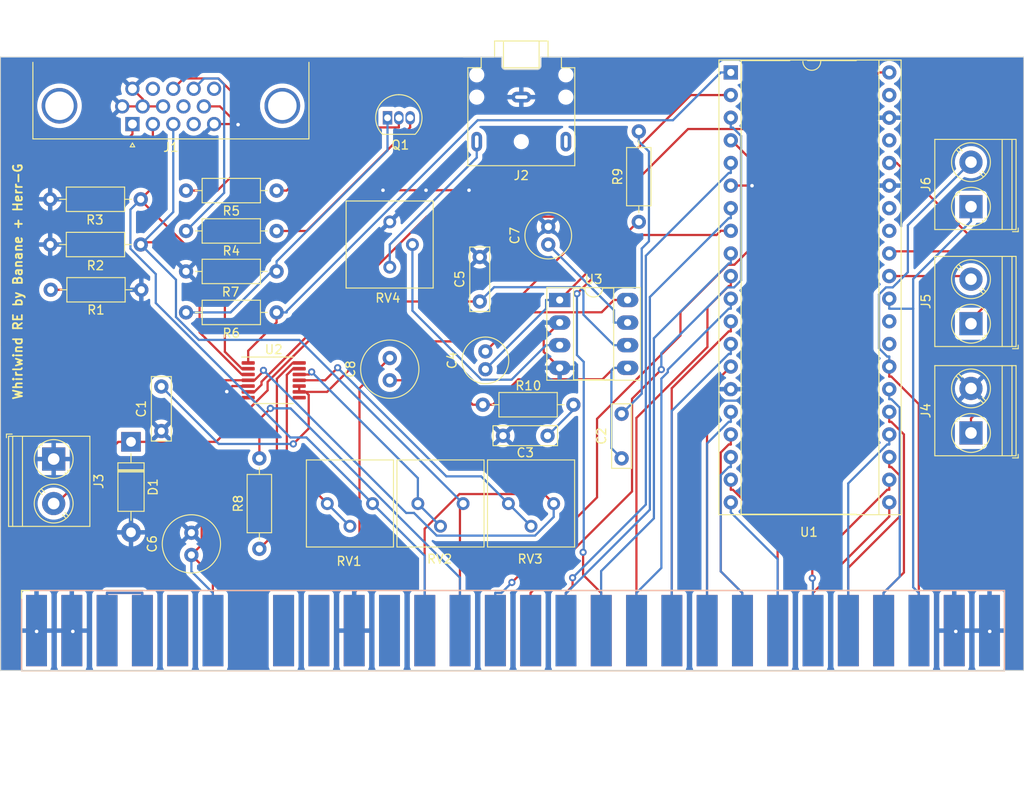
<source format=kicad_pcb>
(kicad_pcb (version 20221018) (generator pcbnew)
  (layers (0 "F.Cu" signal) (31 "B.Cu" signal) (34 "B.Paste" user) (35 "F.Paste" user) (36 "B.SilkS" user "B.Silkscreen") (37 "F.SilkS" user "F.Silkscreen") (38 "B.Mask" user) (39 "F.Mask" user) (44 "Edge.Cuts" user))
  (net 0 "")
  (net 11 "HSYNC_VGA")
  (net 12 "12VDC")
  (net 13 "GND")
  (net 14 "VBUS")
  (net 15 "SPK+")
  (net 16 "Net-(Conn1-+5v-Pad3)")
  (net 17 "RED")
  (net 18 "BLUE")
  (net 19 "TEST")
  (net 20 "COIN1")
  (net 21 "P1-START")
  (net 22 "P1-UP")
  (net 23 "P1-DOWN")
  (net 24 "P1-LEFT")
  (net 25 "P1-RIGHT")
  (net 26 "P1-B1")
  (net 27 "P1-B2")
  (net 28 "P1-B3")
  (net 29 "P1-B4")
  (net 30 "P1-B5")
  (net 31 "Net-(Conn1-+5v-PadC)")
  (net 32 "GREEN")
  (net 33 "CSYNC")
  (net 34 "SERVICE")
  (net 35 "COIN2")
  (net 36 "P2-START")
  (net 37 "P2-UP")
  (net 38 "P2-DOWN")
  (net 39 "P2-LEFT")
  (net 40 "P2-RIGHT")
  (net 41 "P2-B1")
  (net 42 "P2-B2")
  (net 43 "P2-B3")
  (net 44 "P2-B4")
  (net 45 "P2-B5")
  (net 46 "P2-B6")
  (net 47 "P1-B6")
  (net 48 "3V3DC")
  (net 49 "VIDEO-DISABLE")
  (net 50 "Net-(C4-Pad1)")
  (net 57 "VSYNC_VGA")
  (net 58 "Net-(Q1-E)")
  (net 59 "Net-(Q1-B)")
  (net 60 "Net-(Q1-C)")
  (net 61 "CSYNC_IN")
  (net 62 "Net-(C2-Pad1)")
  (net 63 "Net-(C2-Pad2)")
  (net 64 "Net-(C3-Pad1)")
  (net 65 "Net-(C4-Pad2)")
  (net 66 "Net-(U3-BYPASS)")
  (net 72 "Net-(J2-PadT)")
  (net 73 "Net-(U2-CH1_OUT)")
  (net 74 "Net-(U2-CH2_OUT)")
  (net 75 "Net-(U2-CH3_OUT)")
  (net 76 "Net-(U2-CH4_OUT)")
  (net 77 "Net-(U3-+)")
  (footprint "Potentiometer_THT:Potentiometer_Bourns_3386P_Vertical" (layer "F.Cu") (at 137.7696 112.903 -90)
    (fp_text reference "RV3")
    (fp_text value "500" hide)
  )
  (footprint "Resistor_THT:R_Axial_DIN0207_L6.3mm_D2.5mm_P10.16mm_Horizontal" (layer "F.Cu") (at 152.4 81.28 90)
    (fp_text reference "R9")
    (fp_text value "5k1" hide)
  )
  (footprint "Package_DIP:DIP-8_W7.62mm_Socket_LongPads" (layer "F.Cu") (at 143.52 90.043)
    (fp_text reference "U3")
    (fp_text value "LM386" hide)
  )
  (footprint "Resistor_THT:R_Axial_DIN0207_L6.3mm_D2.5mm_P10.16mm_Horizontal" (layer "F.Cu") (at 101.5999 82.2959)
    (fp_text reference "R4")
    (fp_text value "100" hide)
  )
  (footprint "TerminalBlock_Phoenix:TerminalBlock_Phoenix_PT-1,5-2-5.0-H_1x02_P5.00mm_Horizontal" (layer "F.Cu") (at 189.666 92.71 90)
    (fp_text reference "J5")
    (fp_text value "Screw_Terminal_01x02" hide)
  )
  (footprint "TerminalBlock_Phoenix:TerminalBlock_Phoenix_PT-1,5-2-5.0-H_1x02_P5.00mm_Horizontal" (layer "F.Cu") (at 189.666 79.574 90)
    (fp_text reference "J6")
    (fp_text value "Screw_Terminal_01x02" hide)
  )
  (footprint "Diode_THT:D_DO-41_SOD81_P10.16mm_Horizontal" (layer "F.Cu") (at 95.4278 105.9688 -90)
    (fp_text reference "D1")
    (fp_text value "1N4004" hide)
  )
  (footprint "Resistor_THT:R_Axial_DIN0207_L6.3mm_D2.5mm_P10.16mm_Horizontal" (layer "F.Cu") (at 145.0594 101.8032 180)
    (fp_text reference "R10")
    (fp_text value "10" hide)
  )
  (footprint "Capacitor_THT:C_Rect_L7.0mm_W2.0mm_P5.00mm" (layer "F.Cu") (at 134.5559 90.2167 90)
    (fp_text reference "C5")
    (fp_text value "100nF" hide)
  )
  (footprint "Capacitor_THT:C_Radial_D5.0mm_H11.0mm_P2.00mm" (layer "F.Cu") (at 135.1909 97.8216 90)
    (fp_text reference "C4")
    (fp_text value "10uF" hide)
  )
  (footprint "footprints:DIP-40_W17.78mm_Socket" (layer "F.Cu") (at 162.7192 64.5002)
    (fp_text reference "U1")
    (fp_text value "Pico_Clone" hide)
  )
  (footprint "TerminalBlock_Phoenix:TerminalBlock_Phoenix_PT-1,5-2-5.0-H_1x02_P5.00mm_Horizontal" (layer "F.Cu") (at 189.666 104.974 90)
    (fp_text reference "J4")
    (fp_text value "Screw_Terminal_01x02" hide)
  )
  (footprint "Capacitor_THT:C_Radial_D6.3mm_H11.0mm_P2.50mm" (layer "F.Cu") (at 124.46 99.06 90)
    (fp_text reference "C8")
    (fp_text value "220uF" hide)
  )
  (footprint "Resistor_THT:R_Axial_DIN0207_L6.3mm_D2.5mm_P10.16mm_Horizontal" (layer "F.Cu") (at 101.5999 77.766)
    (fp_text reference "R5" hide)
    (fp_text value "10k" hide)
  )
  (footprint "Potentiometer_THT:Potentiometer_Bourns_3386P_Vertical" (layer "F.Cu") (at 117.4496 112.903 -90)
    (fp_text reference "RV1")
    (fp_text value "500" hide)
  )
  (footprint "Capacitor_THT:C_Radial_D6.3mm_H11.0mm_P2.50mm" (layer "F.Cu") (at 102.2036 118.6735 90)
    (fp_text reference "C6")
    (fp_text value "22uF" hide)
  )
  (footprint "Resistor_THT:R_Axial_DIN0207_L6.3mm_D2.5mm_P10.16mm_Horizontal" (layer "F.Cu") (at 109.8296 117.983 90)
    (fp_text reference "R8")
    (fp_text value "1K" hide)
  )
  (footprint "Potentiometer_THT:Potentiometer_Bourns_3386P_Vertical" (layer "F.Cu") (at 127.6096 112.903 -90)
    (fp_text reference "RV2")
    (fp_text value "500" hide)
  )
  (footprint "Capacitor_THT:C_Rect_L7.0mm_W2.0mm_P5.00mm" (layer "F.Cu") (at 142.16 105.283 180)
    (fp_text reference "C3")
    (fp_text value "47nF" hide)
  )
  (footprint "Connector_Dsub:DSUB-15-HD_Female_Horizontal_P2.29x1.98mm_EdgePinOffset3.03mm_Housed_MountingHolesOffset4.94mm" (layer "F.Cu") (at 95.5896 70.2933 180)
    (fp_text reference "J1")
    (fp_text value "DE15_Receptacle_HighDensity" hide)
  )
  (footprint "Resistor_THT:R_Axial_DIN0207_L6.3mm_D2.5mm_P10.16mm_Horizontal" (layer "F.Cu") (at 101.6 86.84)
    (fp_text reference "R7")
    (fp_text value "1k" hide)
  )
  (footprint "Package_SO:TSSOP-14_4.4x5mm_P0.65mm" (layer "F.Cu") (at 111.4375 99.06)
    (fp_text reference "U2")
    (fp_text value "THS7374" hide)
  )
  (footprint "Capacitor_THT:C_Rect_L7.0mm_W2.0mm_P5.00mm" (layer "F.Cu") (at 150.4696 107.823 90)
    (fp_text reference "C2")
    (fp_text value "22nF" hide)
  )
  (footprint "Capacitor_THT:C_Rect_L7.0mm_W2.0mm_P5.00mm" (layer "F.Cu") (at 98.8314 104.7604 90)
    (fp_text reference "C1")
    (fp_text value "100nF" hide)
  )
  (footprint "TerminalBlock_Phoenix:TerminalBlock_Phoenix_PT-1,5-2-5.0-H_1x02_P5.00mm_Horizontal" (layer "F.Cu") (at 86.7522 107.9016 -90)
    (fp_text reference "J3")
    (fp_text value "Screw_Terminal_01x02" hide)
  )
  (footprint "Package_TO_SOT_THT:TO-92_Inline" (layer "F.Cu") (at 124.2062 69.5959)
    (fp_text reference "Q1")
    (fp_text value "2N3904" hide)
  )
  (footprint "Resistor_THT:R_Axial_DIN0207_L6.3mm_D2.5mm_P10.16mm_Horizontal" (layer "F.Cu") (at 96.52 83.82 180)
    (fp_text reference "R2")
    (fp_text value "4k7" hide)
  )
  (footprint "Resistor_THT:R_Axial_DIN0207_L6.3mm_D2.5mm_P10.16mm_Horizontal" (layer "F.Cu") (at 96.52 78.74 180)
    (fp_text reference "R3")
    (fp_text value "4k7" hide)
  )
  (footprint "Connector_Audio:Jack_3.5mm_CUI_SJ1-3523N_Horizontal" (layer "F.Cu") (at 139.2159 67.27 180)
    (fp_text reference "J2")
    (fp_text value "AudioJack3")
    (fp_line (start -2.2 3.5) (end -2.2 4.5) (stroke (width 0.12)) (layer "Edge.Cuts"))
    (fp_line (start -2.2 4.5) (end -6.5 4.5) (stroke (width 0.12)) (layer "Edge.Cuts"))
    (fp_line (start 1.8 3.1) (end -1.8 3.1) (stroke (width 0.12)) (layer "Edge.Cuts"))
    (fp_line (start 2.2 3.5) (end 2.2 4.5) (stroke (width 0.12)) (layer "Edge.Cuts"))
    (fp_line (start 2.2 4.5) (end 6.5 4.5) (stroke (width 0.12)) (layer "Edge.Cuts"))
    (fp_arc (start -2.2 3.5) (mid -2.082842 3.217158) (end -1.8 3.1) (stroke (width 0.12)) (layer "Edge.Cuts"))
    (fp_arc (start 1.8 3.1) (mid 2.082843 3.217157) (end 2.2 3.5) (stroke (width 0.12)) (layer "Edge.Cuts"))
  )
  (footprint "Capacitor_THT:C_Radial_D5.0mm_H11.0mm_P2.00mm" (layer "F.Cu") (at 142.24 83.82 90)
    (fp_text reference "C7")
    (fp_text value "10uF" hide)
  )
  (footprint "Resistor_THT:R_Axial_DIN0207_L6.3mm_D2.5mm_P10.16mm_Horizontal" (layer "F.Cu") (at 101.6 91.44)
    (fp_text reference "R6")
    (fp_text value "470" hide)
  )
  (footprint "Potentiometer_THT:Potentiometer_Bourns_3386P_Vertical" (layer "F.Cu") (at 124.46 86.36)
    (fp_text reference "RV4")
    (fp_text value "10k" hide)
  )
  (footprint "Resistor_THT:R_Axial_DIN0207_L6.3mm_D2.5mm_P10.16mm_Horizontal" (layer "F.Cu") (at 86.4233 88.9)
    (fp_text reference "R1")
    (fp_text value "4k7" hide)
  )
  (footprint "JAMMA:JAMMA-56" (layer "F.Cu") (at 139.286465 146.161346)
    (fp_text reference "Conn1" hide)
    (fp_text value "jamma")
  )
  (gr_line (start 195.58 131.635568) (end 80.78 131.635568) (stroke (width 0.1)) (layer "Edge.Cuts"))
  (gr_line (start 132.7159 62.77) (end 80.78 62.77) (stroke (width 0.1)) (layer "Edge.Cuts"))
  (gr_line (start 195.58 62.77) (end 195.58 62.992) (stroke (width 0.1)) (layer "Edge.Cuts"))
  (gr_line (start 80.78 131.635568) (end 80.78 62.992) (stroke (width 0.1)) (layer "Edge.Cuts"))
  (gr_line (start 145.7159 62.77) (end 195.58 62.77) (stroke (width 0.1)) (layer "Edge.Cuts"))
  (gr_line (start 80.78 62.992) (end 80.78 62.77) (stroke (width 0.1)) (layer "Edge.Cuts"))
  (gr_line (start 195.58 62.992) (end 195.58 131.635568) (stroke (width 0.1)) (layer "Edge.Cuts"))
  (gr_text "Whirlwind RE by Banane + Herr-G" (at 83.312 101.346 90) (layer "F.SilkS") (effects (font (size 1 1) (thickness 0.2) bold) (justify left bottom)))
  (segment (start 105.2311 65.1753) (end 109.22 69.1642) (width 0.25) (layer "F.Cu") (net 11))
  (segment (start 101.3276 65.1753) (end 105.2311 65.1753) (width 0.25) (layer "F.Cu") (net 11))
  (segment (start 109.22 73.66) (end 105.114 77.766) (width 0.25) (layer "F.Cu") (net 11))
  (segment (start 109.22 69.1642) (end 109.22 73.66) (width 0.25) (layer "F.Cu") (net 11))
  (segment (start 105.114 77.766) (end 101.5999 77.766) (width 0.25) (layer "F.Cu") (net 11))
  (segment (start 100.1696 66.3333) (end 101.3276 65.1753) (width 0.25) (layer "F.Cu") (net 11))
  (segment (start 110.7528 99.2405) (end 110.7528 100.1908) (width 0.25) (layer "F.Cu") (net 12))
  (segment (start 104.6126 127.2539) (end 104.6126 121.0825) (width 0.25) (layer "F.Cu") (net 12))
  (segment (start 119.7766 90.2167) (end 110.7528 99.2405) (width 0.25) (layer "F.Cu") (net 12))
  (segment (start 110.7528 100.1908) (end 104.9748 105.9688) (width 0.25) (layer "F.Cu") (net 12))
  (segment (start 95.4278 105.9688) (end 94.0009 105.9688) (width 0.25) (layer "F.Cu") (net 12))
  (segment (start 95.4278 105.9688) (end 103.3587 105.9688) (width 0.25) (layer "F.Cu") (net 12))
  (segment (start 87.0681 112.9016) (end 86.7522 112.9016) (width 0.25) (layer "F.Cu") (net 12))
  (segment (start 94.0009 105.9688) (end 87.0681 112.9016) (width 0.25) (layer "F.Cu") (net 12))
  (segment (start 134.5559 90.2167) (end 119.7766 90.2167) (width 0.25) (layer "F.Cu") (net 12))
  (segment (start 103.3587 105.9688) (end 103.3587 117.5184) (width 0.25) (layer "F.Cu") (net 12))
  (segment (start 103.3587 117.5184) (end 102.2036 118.6735) (width 0.25) (layer "F.Cu") (net 12))
  (segment (start 104.9748 105.9688) (end 103.3587 105.9688) (width 0.25) (layer "F.Cu") (net 12))
  (segment (start 104.6126 121.0825) (end 102.2036 118.6735) (width 0.25) (layer "F.Cu") (net 12))
  (segment (start 102.2036 120.518) (end 104.6126 122.927) (width 0.25) (layer "B.Cu") (net 12))
  (segment (start 145.7594 88.6091) (end 136.1635 88.6091) (width 0.25) (layer "B.Cu") (net 12))
  (segment (start 149.6131 95.123) (end 146.1852 91.6951) (width 0.25) (layer "B.Cu") (net 12))
  (segment (start 136.1635 88.6091) (end 134.5559 90.2167) (width 0.25) (layer "B.Cu") (net 12))
  (segment (start 146.1852 91.6951) (end 146.1852 89.0349) (width 0.25) (layer "B.Cu") (net 12))
  (segment (start 146.1852 89.0349) (end 145.7594 88.6091) (width 0.25) (layer "B.Cu") (net 12))
  (segment (start 102.2036 118.6735) (end 102.2036 120.518) (width 0.25) (layer "B.Cu") (net 12))
  (segment (start 104.6126 127.2539) (end 104.6126 122.927) (width 0.25) (layer "B.Cu") (net 12))
  (segment (start 151.14 95.123) (end 149.6131 95.123) (width 0.25) (layer "B.Cu") (net 12))
  (segment (start 141.732 94.371) (end 141.732 95.875) (width 0.25) (layer "F.Cu") (net 13))
  (segment (start 165.0842 77.2002) (end 165.1 77.216) (width 0.25) (layer "F.Cu") (net 13))
  (segment (start 128.524 77.724) (end 133.35 77.724) (width 0.25) (layer "F.Cu") (net 13))
  (segment (start 141.732 95.875) (end 143.52 97.663) (width 0.25) (layer "F.Cu") (net 13))
  (segment (start 99.0246 68.3133) (end 96.7346 68.3133) (width 0.25) (layer "F.Cu") (net 13))
  (segment (start 96.7346 68.3133) (end 94.4446 68.3133) (width 0.25) (layer "F.Cu") (net 13))
  (segment (start 123.698 77.724) (end 128.524 77.724) (width 0.25) (layer "F.Cu") (net 13))
  (segment (start 96.7346 67.4783) (end 95.5896 66.3333) (width 0.25) (layer "F.Cu") (net 13))
  (segment (start 106.792 99.71) (end 108.575 99.71) (width 0.25) (layer "F.Cu") (net 13))
  (segment (start 96.7346 68.3133) (end 96.7346 67.4783) (width 0.25) (layer "F.Cu") (net 13))
  (segment (start 104.7496 70.2933) (end 107.3773 70.2933) (width 0.25) (layer "F.Cu") (net 13))
  (segment (start 162.7192 77.2002) (end 165.0842 77.2002) (width 0.25) (layer "F.Cu") (net 13))
  (segment (start 106.172 100.33) (end 106.792 99.71) (width 0.25) (layer "F.Cu") (net 13))
  (segment (start 143.52 92.583) (end 141.732 94.371) (width 0.25) (layer "F.Cu") (net 13))
  (segment (start 107.442 70.358) (end 105.3973 68.3133) (width 0.25) (layer "F.Cu") (net 13))
  (segment (start 105.3973 68.3133) (end 103.6046 68.3133) (width 0.25) (layer "F.Cu") (net 13))
  (segment (start 107.3773 70.2933) (end 107.442 70.358) (width 0.25) (layer "F.Cu") (net 13))
  (via (at 84.836 127.254) (size 0.8) (drill 0.4) (layers "F.Cu" "B.Cu") (net 13))
  (via (at 191.77 127.254) (size 0.8) (drill 0.4) (layers "F.Cu" "B.Cu") (net 13))
  (via (at 106.172 100.33) (size 0.8) (drill 0.4) (layers "F.Cu" "B.Cu") (net 13))
  (via (at 128.524 77.724) (size 0.8) (drill 0.4) (layers "F.Cu" "B.Cu") (net 13))
  (via (at 88.9 127.254) (size 0.8) (drill 0.4) (layers "F.Cu" "B.Cu") (net 13))
  (via (at 133.35 77.724) (size 0.8) (drill 0.4) (layers "F.Cu" "B.Cu") (net 13))
  (via (at 123.698 77.724) (size 0.8) (drill 0.4) (layers "F.Cu" "B.Cu") (net 13))
  (via (at 107.442 70.358) (size 0.8) (drill 0.4) (layers "F.Cu" "B.Cu") (net 13))
  (via (at 187.96 127.254) (size 0.8) (drill 0.4) (layers "F.Cu" "B.Cu") (net 13))
  (via (at 165.1 77.216) (size 0.8) (drill 0.4) (layers "F.Cu" "B.Cu") (net 13))
  (segment (start 160.782 101.346) (end 164.592 101.346) (width 0.25) (layer "B.Cu") (net 13))
  (segment (start 114.3 99.71) (end 114.3 100.36) (width 0.25) (layer "F.Cu") (net 14))
  (segment (start 180.4992 64.5002) (end 179.3723 64.5002) (width 0.25) (layer "F.Cu") (net 14))
  (segment (start 123.0926 94.6962) (end 134.0763 94.6962) (width 0.25) (layer "F.Cu") (net 14))
  (segment (start 115.3648 104.477) (end 113.637 106.2048) (width 0.25) (layer "F.Cu") (net 14))
  (segment (start 114.6619 100.36) (end 115.0237 100.36) (width 0.25) (layer "F.Cu") (net 14))
  (segment (start 173.0223 70.8502) (end 179.3723 64.5002) (width 0.25) (layer "F.Cu") (net 14))
  (segment (start 115.3648 100.7011) (end 115.3648 104.477) (width 0.25) (layer "F.Cu") (net 14))
  (segment (start 114.6619 100.36) (end 117.4288 100.36) (width 0.25) (layer "F.Cu") (net 14))
  (segment (start 115.0237 100.36) (end 115.3648 100.7011) (width 0.25) (layer "F.Cu") (net 14))
  (segment (start 157.9223 70.8502) (end 173.0223 70.8502) (width 0.25) (layer "F.Cu") (net 14))
  (segment (start 134.0763 94.6962) (end 157.9223 70.8502) (width 0.25) (layer "F.Cu") (net 14))
  (segment (start 114.3 100.36) (end 114.6619 100.36) (width 0.25) (layer "F.Cu") (net 14))
  (segment (start 117.4288 100.36) (end 123.0926 94.6962) (width 0.25) (layer "F.Cu") (net 14))
  (via (at 113.637 106.2048) (size 0.8) (drill 0.4) (layers "F.Cu" "B.Cu") (net 14))
  (segment (start 113.637 106.2048) (end 105.2758 106.2048) (width 0.25) (layer "B.Cu") (net 14))
  (segment (start 105.2758 106.2048) (end 98.8314 99.7604) (width 0.25) (layer "B.Cu") (net 14))
  (segment (start 120.4526 122.927) (end 121.0624 122.3172) (width 0.25) (layer "F.Cu") (net 15))
  (segment (start 121.0624 122.3172) (end 121.0624 99.9576) (width 0.25) (layer "F.Cu") (net 15))
  (segment (start 120.4526 127.2539) (end 120.4526 122.927) (width 0.25) (layer "F.Cu") (net 15))
  (segment (start 121.0624 99.9576) (end 124.46 96.56) (width 0.25) (layer "F.Cu") (net 15))
  (segment (start 92.7326 122.927) (end 96.6926 122.927) (width 0.25) (layer "F.Cu") (net 16))
  (segment (start 92.7326 127.2539) (end 92.7326 122.927) (width 0.25) (layer "F.Cu") (net 16))
  (segment (start 96.6926 127.2539) (end 96.6926 122.927) (width 0.25) (layer "F.Cu") (net 16))
  (segment (start 91.4401 75.5697) (end 95.5896 71.4202) (width 0.25) (layer "F.Cu") (net 17))
  (segment (start 132.2735 111.8342) (end 141.7808 111.8342) (width 0.25) (layer "F.Cu") (net 17))
  (segment (start 110.2876 97.9407) (end 110.2876 98.0462) (width 0.25) (layer "F.Cu") (net 17))
  (segment (start 95.5896 70.2933) (end 95.5896 71.4202) (width 0.25) (layer "F.Cu") (net 17))
  (segment (start 91.4401 88.9) (end 101.6001 99.06) (width 0.25) (layer "F.Cu") (net 17))
  (segment (start 91.4401 88.9) (end 91.4401 75.5697) (width 0.25) (layer "F.Cu") (net 17))
  (segment (start 141.7808 111.8342) (end 142.8496 112.903) (width 0.25) (layer "F.Cu") (net 17))
  (segment (start 110.2876 98.0462) (end 109.2738 99.06) (width 0.25) (layer "F.Cu") (net 17))
  (segment (start 109.2738 99.06) (end 108.575 99.06) (width 0.25) (layer "F.Cu") (net 17))
  (segment (start 128.3726 122.927) (end 128.3726 115.7351) (width 0.25) (layer "F.Cu") (net 17))
  (segment (start 128.3726 115.7351) (end 132.2735 111.8342) (width 0.25) (layer "F.Cu") (net 17))
  (segment (start 128.3726 127.2539) (end 128.3726 122.927) (width 0.25) (layer "F.Cu") (net 17))
  (segment (start 91.4401 88.9) (end 86.4233 88.9) (width 0.25) (layer "F.Cu") (net 17))
  (segment (start 101.6001 99.06) (end 108.575 99.06) (width 0.25) (layer "F.Cu") (net 17))
  (via (at 110.2876 97.9407) (size 0.8) (drill 0.4) (layers "F.Cu" "B.Cu") (net 17))
  (segment (start 142.8496 114.4065) (end 140.7596 116.4965) (width 0.25) (layer "B.Cu") (net 17))
  (segment (start 127.1761 113.95) (end 127.1761 113.9499) (width 0.25) (layer "B.Cu") (net 17))
  (segment (start 126.2968 113.9499) (end 110.2876 97.9407) (width 0.25) (layer "B.Cu") (net 17))
  (segment (start 142.8496 112.903) (end 142.8496 114.4065) (width 0.25) (layer "B.Cu") (net 17))
  (segment (start 127.1761 113.9499) (end 126.2968 113.9499) (width 0.25) (layer "B.Cu") (net 17))
  (segment (start 140.7596 116.4965) (end 129.7226 116.4965) (width 0.25) (layer "B.Cu") (net 17))
  (segment (start 129.7226 116.4965) (end 127.1761 113.95) (width 0.25) (layer "B.Cu") (net 17))
  (segment (start 96.52 83.82) (end 96.774 83.566) (width 0.25) (layer "F.Cu") (net 18))
  (segment (start 107.8546 98.41) (end 108.575 98.41) (width 0.25) (layer "F.Cu") (net 18))
  (segment (start 132.3326 127.2539) (end 132.3326 113.26) (width 0.25) (layer "F.Cu") (net 18))
  (segment (start 103.124 86.36) (end 103.124 93.6794) (width 0.25) (layer "F.Cu") (net 18))
  (segment (start 96.774 83.566) (end 100.33 83.566) (width 0.25) (layer "F.Cu") (net 18))
  (segment (start 103.124 93.6794) (end 107.8546 98.41) (width 0.25) (layer "F.Cu") (net 18))
  (segment (start 132.3326 113.26) (end 132.6896 112.903) (width 0.25) (layer "F.Cu") (net 18))
  (segment (start 100.33 83.566) (end 103.124 86.36) (width 0.25) (layer "F.Cu") (net 18))
  (segment (start 96.52 83.82) (end 100.1696 80.1704) (width 0.25) (layer "B.Cu") (net 18))
  (segment (start 103.0379 94.5217) (end 100.4731 91.9569) (width 0.25) (layer "B.Cu") (net 18))
  (segment (start 100.1696 80.1704) (end 100.1696 70.2933) (width 0.25) (layer "B.Cu") (net 18))
  (segment (start 100.4731 87.7731) (end 96.52 83.82) (width 0.25) (layer "B.Cu") (net 18))
  (segment (start 132.6896 112.903) (end 114.3083 94.5217) (width 0.25) (layer "B.Cu") (net 18))
  (segment (start 114.3083 94.5217) (end 103.0379 94.5217) (width 0.25) (layer "B.Cu") (net 18))
  (segment (start 100.4731 91.9569) (end 100.4731 87.7731) (width 0.25) (layer "B.Cu") (net 18))
  (segment (start 151.6385 111.5411) (end 151.6385 101.1432) (width 0.25) (layer "F.Cu") (net 19))
  (segment (start 140.2526 127.2539) (end 140.2526 122.927) (width 0.25) (layer "F.Cu") (net 19))
  (segment (start 140.2526 122.927) (end 151.6385 111.5411) (width 0.25) (layer "F.Cu") (net 19))
  (segment (start 151.6385 101.1432) (end 154.9266 97.8551) (width 0.25) (layer "F.Cu") (net 19))
  (via (at 154.9266 97.8551) (size 0.8) (drill 0.4) (layers "F.Cu" "B.Cu") (net 19))
  (segment (start 154.9266 97.8551) (end 154.9266 96.0257) (width 0.25) (layer "B.Cu") (net 19))
  (segment (start 162.3221 88.6302) (end 163.0833 88.6302) (width 0.25) (layer "B.Cu") (net 19))
  (segment (start 163.8712 71.6256) (end 162.9527 70.7071) (width 0.25) (layer "B.Cu") (net 19))
  (segment (start 163.8712 87.8423) (end 163.8712 71.6256) (width 0.25) (layer "B.Cu") (net 19))
  (segment (start 162.9527 70.7071) (end 162.7192 70.7071) (width 0.25) (layer "B.Cu") (net 19))
  (segment (start 162.7192 69.5802) (end 162.7192 70.7071) (width 0.25) (layer "B.Cu") (net 19))
  (segment (start 154.9266 96.0257) (end 162.3221 88.6302) (width 0.25) (layer "B.Cu") (net 19))
  (segment (start 163.0833 88.6302) (end 163.8712 87.8423) (width 0.25) (layer "B.Cu") (net 19))
  (segment (start 144.2126 127.2539) (end 144.2126 122.927) (width 0.25) (layer "F.Cu") (net 20))
  (segment (start 144.2126 122.927) (end 144.9692 122.1704) (width 0.25) (layer "F.Cu") (net 20))
  (segment (start 144.9692 122.1704) (end 144.9692 121.2306) (width 0.25) (layer "F.Cu") (net 20))
  (via (at 144.9692 121.2306) (size 0.8) (drill 0.4) (layers "F.Cu" "B.Cu") (net 20))
  (segment (start 162.4857 75.7871) (end 153.1888 85.084) (width 0.25) (layer "B.Cu") (net 20))
  (segment (start 162.7192 74.6602) (end 162.7192 75.7871) (width 0.25) (layer "B.Cu") (net 20))
  (segment (start 153.1888 113.011) (end 144.9692 121.2306) (width 0.25) (layer "B.Cu") (net 20))
  (segment (start 153.1888 85.084) (end 153.1888 113.011) (width 0.25) (layer "B.Cu") (net 20))
  (segment (start 162.7192 75.7871) (end 162.4857 75.7871) (width 0.25) (layer "B.Cu") (net 20))
  (segment (start 161.1254 82.7471) (end 161.5923 82.2802) (width 0.25) (layer "F.Cu") (net 21))
  (segment (start 145.4583 89.336) (end 152.0472 82.7471) (width 0.25) (layer "F.Cu") (net 21))
  (segment (start 148.1726 127.2539) (end 148.1726 122.927) (width 0.25) (layer "F.Cu") (net 21))
  (segment (start 148.1726 122.927) (end 146.1492 120.9036) (width 0.25) (layer "F.Cu") (net 21))
  (segment (start 162.7192 82.2802) (end 161.5923 82.2802) (width 0.25) (layer "F.Cu") (net 21))
  (segment (start 146.1492 120.9036) (end 146.1492 118.3662) (width 0.25) (layer "F.Cu") (net 21))
  (segment (start 152.0472 82.7471) (end 161.1254 82.7471) (width 0.25) (layer "F.Cu") (net 21))
  (via (at 145.4583 89.336) (size 0.8) (drill 0.4) (layers "F.Cu" "B.Cu") (net 21))
  (via (at 146.1492 118.3662) (size 0.8) (drill 0.4) (layers "F.Cu" "B.Cu") (net 21))
  (segment (start 146.2206 96.9911) (end 146.2206 118.2948) (width 0.25) (layer "B.Cu") (net 21))
  (segment (start 146.2206 118.2948) (end 146.1492 118.3662) (width 0.25) (layer "B.Cu") (net 21))
  (segment (start 145.4583 96.2288) (end 146.2206 96.9911) (width 0.25) (layer "B.Cu") (net 21))
  (segment (start 145.4583 89.336) (end 145.4583 96.2288) (width 0.25) (layer "B.Cu") (net 21))
  (segment (start 160.0995 95.3164) (end 160.0995 90.8733) (width 0.25) (layer "F.Cu") (net 22))
  (segment (start 162.4857 88.4871) (end 162.7192 88.4871) (width 0.25) (layer "F.Cu") (net 22))
  (segment (start 162.7192 87.3602) (end 162.7192 88.4871) (width 0.25) (layer "F.Cu") (net 22))
  (segment (start 152.1326 103.2833) (end 160.0995 95.3164) (width 0.25) (layer "F.Cu") (net 22))
  (segment (start 160.0995 90.8733) (end 162.4857 88.4871) (width 0.25) (layer "F.Cu") (net 22))
  (segment (start 152.1326 127.2539) (end 152.1326 103.2833) (width 0.25) (layer "F.Cu") (net 22))
  (segment (start 156.0926 99.9624) (end 162.4879 93.5671) (width 0.25) (layer "F.Cu") (net 23))
  (segment (start 162.7192 92.4402) (end 162.7192 93.5671) (width 0.25) (layer "F.Cu") (net 23))
  (segment (start 156.0926 127.2539) (end 156.0926 99.9624) (width 0.25) (layer "F.Cu") (net 23))
  (segment (start 162.4879 93.5671) (end 162.7192 93.5671) (width 0.25) (layer "F.Cu") (net 23))
  (segment (start 160.0526 127.2539) (end 160.0526 100.1868) (width 0.25) (layer "F.Cu") (net 24))
  (segment (start 160.0526 100.1868) (end 162.7192 97.5202) (width 0.25) (layer "F.Cu") (net 24))
  (segment (start 162.7192 105.1402) (end 162.7192 106.2671) (width 0.25) (layer "F.Cu") (net 25))
  (segment (start 161.5923 120.5067) (end 161.5923 107.1605) (width 0.25) (layer "F.Cu") (net 25))
  (segment (start 164.0126 127.2539) (end 164.0126 122.927) (width 0.25) (layer "F.Cu") (net 25))
  (segment (start 162.4857 106.2671) (end 162.7192 106.2671) (width 0.25) (layer "F.Cu") (net 25))
  (segment (start 164.0126 122.927) (end 161.5923 120.5067) (width 0.25) (layer "F.Cu") (net 25))
  (segment (start 161.5923 107.1605) (end 162.4857 106.2671) (width 0.25) (layer "F.Cu") (net 25))
  (segment (start 167.9726 116.367) (end 162.9527 111.3471) (width 0.25) (layer "F.Cu") (net 26))
  (segment (start 162.9527 111.3471) (end 162.7192 111.3471) (width 0.25) (layer "F.Cu") (net 26))
  (segment (start 167.9726 127.2539) (end 167.9726 116.367) (width 0.25) (layer "F.Cu") (net 26))
  (segment (start 162.7192 110.2202) (end 162.7192 111.3471) (width 0.25) (layer "F.Cu") (net 26))
  (segment (start 171.9326 127.2539) (end 171.9326 122.927) (width 0.25) (layer "F.Cu") (net 27))
  (segment (start 171.9326 122.927) (end 180.4992 114.3604) (width 0.25) (layer "F.Cu") (net 27))
  (segment (start 180.4992 114.3604) (end 180.4992 112.7602) (width 0.25) (layer "F.Cu") (net 27))
  (segment (start 175.8926 120.1193) (end 181.6486 114.3633) (width 0.25) (layer "F.Cu") (net 28))
  (segment (start 180.7327 108.8071) (end 180.4992 108.8071) (width 0.25) (layer "F.Cu") (net 28))
  (segment (start 175.8926 127.2539) (end 175.8926 120.1193) (width 0.25) (layer "F.Cu") (net 28))
  (segment (start 181.6486 114.3633) (end 181.6486 109.723) (width 0.25) (layer "F.Cu") (net 28))
  (segment (start 181.6486 109.723) (end 180.7327 108.8071) (width 0.25) (layer "F.Cu") (net 28))
  (segment (start 180.4992 107.6802) (end 180.4992 108.8071) (width 0.25) (layer "F.Cu") (net 28))
  (segment (start 180.4992 102.6002) (end 180.4992 103.7271) (width 0.25) (layer "F.Cu") (net 29))
  (segment (start 179.8526 122.927) (end 182.1437 120.6359) (width 0.25) (layer "F.Cu") (net 29))
  (segment (start 182.1437 105.1381) (end 180.7327 103.7271) (width 0.25) (layer "F.Cu") (net 29))
  (segment (start 180.7327 103.7271) (end 180.4992 103.7271) (width 0.25) (layer "F.Cu") (net 29))
  (segment (start 179.8526 127.2539) (end 179.8526 122.927) (width 0.25) (layer "F.Cu") (net 29))
  (segment (start 182.1437 120.6359) (end 182.1437 105.1381) (width 0.25) (layer "F.Cu") (net 29))
  (segment (start 180.4992 97.5202) (end 180.4992 98.6471) (width 0.25) (layer "F.Cu") (net 30))
  (segment (start 183.8126 127.2539) (end 183.8126 101.727) (width 0.25) (layer "F.Cu") (net 30))
  (segment (start 183.8126 101.727) (end 180.7327 98.6471) (width 0.25) (layer "F.Cu") (net 30))
  (segment (start 180.7327 98.6471) (end 180.4992 98.6471) (width 0.25) (layer "F.Cu") (net 30))
  (segment (start 182.5856 81.6544) (end 182.5856 86.9292) (width 0.25) (layer "B.Cu") (net 30))
  (segment (start 179.3457 89.4137) (end 179.3457 95.4733) (width 0.25) (layer "B.Cu") (net 30))
  (segment (start 180.2657 96.3933) (end 180.4992 96.3933) (width 0.25) (layer "B.Cu") (net 30))
  (segment (start 180.1292 88.6302) (end 179.3457 89.4137) (width 0.25) (layer "B.Cu") (net 30))
  (segment (start 189.666 74.574) (end 182.5856 81.6544) (width 0.25) (layer "B.Cu") (net 30))
  (segment (start 180.4992 97.5202) (end 180.4992 96.3933) (width 0.25) (layer "B.Cu") (net 30))
  (segment (start 180.8846 88.6302) (end 180.1292 88.6302) (width 0.25) (layer "B.Cu") (net 30))
  (segment (start 179.3457 95.4733) (end 180.2657 96.3933) (width 0.25) (layer "B.Cu") (net 30))
  (segment (start 182.5856 86.9292) (end 180.8846 88.6302) (width 0.25) (layer "B.Cu") (net 30))
  (segment (start 92.7326 122.927) (end 96.6926 122.927) (width 0.25) (layer "B.Cu") (net 31))
  (segment (start 96.6926 127.2539) (end 96.6926 122.927) (width 0.25) (layer "B.Cu") (net 31))
  (segment (start 92.7326 127.2539) (end 92.7326 122.927) (width 0.25) (layer "B.Cu") (net 31))
  (segment (start 105.9594 88.2685) (end 105.9594 95.8549) (width 0.25) (layer "F.Cu") (net 32))
  (segment (start 96.52 78.74) (end 97.8796 77.3804) (width 0.25) (layer "F.Cu") (net 32))
  (segment (start 105.9594 95.8549) (end 107.8645 97.76) (width 0.25) (layer "F.Cu") (net 32))
  (segment (start 96.52 78.74) (end 96.52 78.8291) (width 0.25) (layer "F.Cu") (net 32))
  (segment (start 97.8796 77.3804) (end 97.8796 70.2933) (width 0.25) (layer "F.Cu") (net 32))
  (segment (start 107.8645 97.76) (end 108.575 97.76) (width 0.25) (layer "F.Cu") (net 32))
  (segment (start 96.52 78.8291) (end 105.9594 88.2685) (width 0.25) (layer "F.Cu") (net 32))
  (segment (start 98.2065 90.3813) (end 113.3031 105.4779) (width 0.25) (layer "B.Cu") (net 32))
  (segment (start 95.3621 79.8979) (end 95.3621 84.2866) (width 0.25) (layer "B.Cu") (net 32))
  (segment (start 113.3031 105.4779) (end 115.1045 105.4779) (width 0.25) (layer "B.Cu") (net 32))
  (segment (start 95.3621 84.2866) (end 98.2065 87.131) (width 0.25) (layer "B.Cu") (net 32))
  (segment (start 115.1045 105.4779) (end 122.5296 112.903) (width 0.25) (layer "B.Cu") (net 32))
  (segment (start 98.2065 87.131) (end 98.2065 90.3813) (width 0.25) (layer "B.Cu") (net 32))
  (segment (start 96.52 78.74) (end 95.3621 79.8979) (width 0.25) (layer "B.Cu") (net 32))
  (segment (start 128.3726 118.746) (end 122.5296 112.903) (width 0.25) (layer "B.Cu") (net 32))
  (segment (start 128.3726 127.2539) (end 128.3726 118.746) (width 0.25) (layer "B.Cu") (net 32))
  (segment (start 111.0678 102.2129) (end 109.8296 103.4511) (width 0.25) (layer "F.Cu") (net 33))
  (segment (start 109.8296 103.4511) (end 109.8296 107.823) (width 0.25) (layer "F.Cu") (net 33))
  (via (at 111.0678 102.2129) (size 0.8) (drill 0.4) (layers "F.Cu" "B.Cu") (net 33))
  (segment (start 113.3243 102.2129) (end 111.0678 102.2129) (width 0.25) (layer "B.Cu") (net 33))
  (segment (start 132.3326 127.2539) (end 132.3326 121.2212) (width 0.25) (layer "B.Cu") (net 33))
  (segment (start 132.3326 121.2212) (end 113.3243 102.2129) (width 0.25) (layer "B.Cu") (net 33))
  (segment (start 147.7125 103.3865) (end 157.0724 94.0266) (width 0.25) (layer "F.Cu") (net 34))
  (segment (start 163.1181 86.0902) (end 166.878 82.3303) (width 0.25) (layer "F.Cu") (net 34))
  (segment (start 162.3917 86.0902) (end 163.1181 86.0902) (width 0.25) (layer "F.Cu") (net 34))
  (segment (start 166.878 82.3303) (end 166.878 76.2) (width 0.25) (layer "F.Cu") (net 34))
  (segment (start 138.1618 121.7554) (end 147.7125 112.2047) (width 0.25) (layer "F.Cu") (net 34))
  (segment (start 166.878 76.2) (end 162.7982 72.1202) (width 0.25) (layer "F.Cu") (net 34))
  (segment (start 147.7125 112.2047) (end 147.7125 103.3865) (width 0.25) (layer "F.Cu") (net 34))
  (segment (start 162.7982 72.1202) (end 162.7192 72.1202) (width 0.25) (layer "F.Cu") (net 34))
  (segment (start 157.0724 91.4095) (end 162.3917 86.0902) (width 0.25) (layer "F.Cu") (net 34))
  (segment (start 157.0724 94.0266) (end 157.0724 91.4095) (width 0.25) (layer "F.Cu") (net 34))
  (via (at 138.1618 121.7554) (size 0.8) (drill 0.4) (layers "F.Cu" "B.Cu") (net 34))
  (segment (start 136.9902 122.927) (end 138.1618 121.7554) (width 0.25) (layer "B.Cu") (net 34))
  (segment (start 136.2926 122.927) (end 136.9902 122.927) (width 0.25) (layer "B.Cu") (net 34))
  (segment (start 136.2926 127.2539) (end 136.2926 122.927) (width 0.25) (layer "B.Cu") (net 34))
  (segment (start 153.6407 89.7121) (end 153.6407 113.5871) (width 0.25) (layer "B.Cu") (net 35))
  (segment (start 153.6407 113.5871) (end 144.3008 122.927) (width 0.25) (layer "B.Cu") (net 35))
  (segment (start 144.2126 127.2539) (end 144.2126 122.927) (width 0.25) (layer "B.Cu") (net 35))
  (segment (start 162.7192 80.8671) (end 162.4857 80.8671) (width 0.25) (layer "B.Cu") (net 35))
  (segment (start 162.4857 80.8671) (end 153.6407 89.7121) (width 0.25) (layer "B.Cu") (net 35))
  (segment (start 162.7192 79.7402) (end 162.7192 80.8671) (width 0.25) (layer "B.Cu") (net 35))
  (segment (start 144.3008 122.927) (end 144.2126 122.927) (width 0.25) (layer "B.Cu") (net 35))
  (segment (start 154.0926 114.5602) (end 148.1726 120.4802) (width 0.25) (layer "B.Cu") (net 36))
  (segment (start 162.4857 85.9471) (end 154.0926 94.3402) (width 0.25) (layer "B.Cu") (net 36))
  (segment (start 154.0926 94.3402) (end 154.0926 114.5602) (width 0.25) (layer "B.Cu") (net 36))
  (segment (start 148.1726 120.4802) (end 148.1726 127.2539) (width 0.25) (layer "B.Cu") (net 36))
  (segment (start 162.7192 84.8202) (end 162.7192 85.9471) (width 0.25) (layer "B.Cu") (net 36))
  (segment (start 162.7192 85.9471) (end 162.4857 85.9471) (width 0.25) (layer "B.Cu") (net 36))
  (segment (start 154.9308 120.1288) (end 154.9308 98.8789) (width 0.25) (layer "B.Cu") (net 37))
  (segment (start 162.7192 89.9002) (end 162.7192 91.0271) (width 0.25) (layer "B.Cu") (net 37))
  (segment (start 155.6535 97.8593) (end 162.4857 91.0271) (width 0.25) (layer "B.Cu") (net 37))
  (segment (start 162.4857 91.0271) (end 162.7192 91.0271) (width 0.25) (layer "B.Cu") (net 37))
  (segment (start 155.6535 98.1562) (end 155.6535 97.8593) (width 0.25) (layer "B.Cu") (net 37))
  (segment (start 152.1326 127.2539) (end 152.1326 122.927) (width 0.25) (layer "B.Cu") (net 37))
  (segment (start 152.1326 122.927) (end 154.9308 120.1288) (width 0.25) (layer "B.Cu") (net 37))
  (segment (start 154.9308 98.8789) (end 155.6535 98.1562) (width 0.25) (layer "B.Cu") (net 37))
  (segment (start 156.0926 127.2539) (end 156.0926 122.927) (width 0.25) (layer "B.Cu") (net 38))
  (segment (start 162.4878 96.1071) (end 162.7192 96.1071) (width 0.25) (layer "B.Cu") (net 38))
  (segment (start 162.7192 94.9802) (end 162.7192 96.1071) (width 0.25) (layer "B.Cu") (net 38))
  (segment (start 156.0926 122.927) (end 156.0926 102.5023) (width 0.25) (layer "B.Cu") (net 38))
  (segment (start 156.0926 102.5023) (end 162.4878 96.1071) (width 0.25) (layer "B.Cu") (net 38))
  (segment (start 160.0526 127.2539) (end 160.0526 106.1602) (width 0.25) (layer "B.Cu") (net 39))
  (segment (start 162.4857 103.7271) (end 162.7192 103.7271) (width 0.25) (layer "B.Cu") (net 39))
  (segment (start 162.7192 102.6002) (end 162.7192 103.7271) (width 0.25) (layer "B.Cu") (net 39))
  (segment (start 160.0526 106.1602) (end 162.4857 103.7271) (width 0.25) (layer "B.Cu") (net 39))
  (segment (start 164.0126 127.2539) (end 164.0126 122.927) (width 0.25) (layer "B.Cu") (net 40))
  (segment (start 161.5923 120.5067) (end 161.5923 109.7005) (width 0.25) (layer "B.Cu") (net 40))
  (segment (start 162.4857 108.8071) (end 162.7192 108.8071) (width 0.25) (layer "B.Cu") (net 40))
  (segment (start 164.0126 122.927) (end 161.5923 120.5067) (width 0.25) (layer "B.Cu") (net 40))
  (segment (start 162.7192 107.6802) (end 162.7192 108.8071) (width 0.25) (layer "B.Cu") (net 40))
  (segment (start 161.5923 109.7005) (end 162.4857 108.8071) (width 0.25) (layer "B.Cu") (net 40))
  (segment (start 167.9726 119.1405) (end 162.7192 113.8871) (width 0.25) (layer "B.Cu") (net 41))
  (segment (start 162.7192 112.7602) (end 162.7192 113.8871) (width 0.25) (layer "B.Cu") (net 41))
  (segment (start 167.9726 127.2539) (end 167.9726 119.1405) (width 0.25) (layer "B.Cu") (net 41))
  (segment (start 180.2657 111.3471) (end 180.4992 111.3471) (width 0.25) (layer "F.Cu") (net 42))
  (segment (start 171.8623 121.2747) (end 171.8623 119.7505) (width 0.25) (layer "F.Cu") (net 42))
  (segment (start 171.8623 119.7505) (end 180.2657 111.3471) (width 0.25) (layer "F.Cu") (net 42))
  (segment (start 180.4992 110.2202) (end 180.4992 111.3471) (width 0.25) (layer "F.Cu") (net 42))
  (via (at 171.8623 121.2747) (size 0.8) (drill 0.4) (layers "F.Cu" "B.Cu") (net 42))
  (segment (start 171.9326 127.2539) (end 171.9326 121.345) (width 0.25) (layer "B.Cu") (net 42))
  (segment (start 171.9326 121.345) (end 171.8623 121.2747) (width 0.25) (layer "B.Cu") (net 42))
  (segment (start 180.4992 105.1402) (end 180.4992 106.2671) (width 0.25) (layer "B.Cu") (net 43))
  (segment (start 180.2657 106.2671) (end 180.4992 106.2671) (width 0.25) (layer "B.Cu") (net 43))
  (segment (start 175.8926 110.6402) (end 180.2657 106.2671) (width 0.25) (layer "B.Cu") (net 43))
  (segment (start 175.8926 127.2539) (end 175.8926 122.927) (width 0.25) (layer "B.Cu") (net 43))
  (segment (start 175.8926 122.927) (end 175.8926 110.6402) (width 0.25) (layer "B.Cu") (net 43))
  (segment (start 181.6742 102.1286) (end 181.6742 121.1054) (width 0.25) (layer "B.Cu") (net 44))
  (segment (start 180.4992 101.1871) (end 180.7327 101.1871) (width 0.25) (layer "B.Cu") (net 44))
  (segment (start 180.7327 101.1871) (end 181.6742 102.1286) (width 0.25) (layer "B.Cu") (net 44))
  (segment (start 181.6742 121.1054) (end 179.8526 122.927) (width 0.25) (layer "B.Cu") (net 44))
  (segment (start 179.8526 127.2539) (end 179.8526 122.927) (width 0.25) (layer "B.Cu") (net 44))
  (segment (start 180.4992 100.0602) (end 180.4992 101.1871) (width 0.25) (layer "B.Cu") (net 44))
  (segment (start 183.1806 91.0271) (end 180.4992 91.0271) (width 0.25) (layer "B.Cu") (net 45))
  (segment (start 180.4992 89.9002) (end 180.4992 91.0271) (width 0.25) (layer "B.Cu") (net 45))
  (segment (start 183.1806 87.6863) (end 189.666 81.2009) (width 0.25) (layer "B.Cu") (net 45))
  (segment (start 183.8126 127.2539) (end 183.8126 122.927) (width 0.25) (layer "B.Cu") (net 45))
  (segment (start 183.1806 91.0271) (end 183.1806 122.295) (width 0.25) (layer "B.Cu") (net 45))
  (segment (start 183.1806 122.295) (end 183.8126 122.927) (width 0.25) (layer "B.Cu") (net 45))
  (segment (start 189.666 79.574) (end 189.666 81.2009) (width 0.25) (layer "B.Cu") (net 45))
  (segment (start 183.1806 91.0271) (end 183.1806 87.6863) (width 0.25) (layer "B.Cu") (net 45))
  (segment (start 180.7374 84.582) (end 190.246 84.582) (width 0.25) (layer "F.Cu") (net 46))
  (segment (start 192.278 86.614) (end 192.278 89.662) (width 0.25) (layer "F.Cu") (net 46))
  (segment (start 190.246 84.582) (end 192.278 86.614) (width 0.25) (layer "F.Cu") (net 46))
  (segment (start 192.278 89.662) (end 189.666 92.274) (width 0.25) (layer "F.Cu") (net 46))
  (segment (start 180.4992 84.8202) (end 180.7374 84.582) (width 0.25) (layer "F.Cu") (net 46))
  (segment (start 180.4992 87.3602) (end 189.3162 87.3602) (width 0.25) (layer "F.Cu") (net 47))
  (segment (start 189.3162 87.3602) (end 189.666 87.71) (width 0.25) (layer "F.Cu") (net 47))
  (segment (start 189.666 103.3471) (end 193.04 99.9731) (width 0.25) (layer "F.Cu") (net 48))
  (segment (start 189.666 104.974) (end 189.666 103.3471) (width 0.25) (layer "F.Cu") (net 48))
  (segment (start 193.04 86.36) (end 181.3402 74.6602) (width 0.25) (layer "F.Cu") (net 48))
  (segment (start 181.3402 74.6602) (end 180.4992 74.6602) (width 0.25) (layer "F.Cu") (net 48))
  (segment (start 193.04 99.9731) (end 193.04 86.36) (width 0.25) (layer "F.Cu") (net 48))
  (segment (start 110.0687 99.5581) (end 110.0687 99.2206) (width 0.25) (layer "F.Cu") (net 49))
  (segment (start 128.5962 80.6931) (end 144.5771 80.6931) (width 0.25) (layer "F.Cu") (net 49))
  (segment (start 109.2668 100.36) (end 110.0687 99.5581) (width 0.25) (layer "F.Cu") (net 49))
  (segment (start 108.575 100.36) (end 109.2668 100.36) (width 0.25) (layer "F.Cu") (net 49))
  (segment (start 144.5771 80.6931) (end 158.23 67.0402) (width 0.25) (layer "F.Cu") (net 49))
  (segment (start 110.0687 99.2206) (end 128.5962 80.6931) (width 0.25) (layer "F.Cu") (net 49))
  (segment (start 158.23 67.0402) (end 162.7192 67.0402) (width 0.25) (layer "F.Cu") (net 49))
  (segment (start 152.283 81.28) (end 152.4 81.28) (width 0.25) (layer "F.Cu") (net 50))
  (segment (start 143.52 90.043) (end 152.283 81.28) (width 0.25) (layer "F.Cu") (net 50))
  (segment (start 141.9931 91.0194) (end 141.9931 90.043) (width 0.25) (layer "B.Cu") (net 50))
  (segment (start 143.52 90.043) (end 141.9931 90.043) (width 0.25) (layer "B.Cu") (net 50))
  (segment (start 135.1909 97.8216) (end 141.9931 91.0194) (width 0.25) (layer "B.Cu") (net 50))
  (segment (start 102.4596 66.3333) (end 103.6123 65.1806) (width 0.25) (layer "B.Cu") (net 57))
  (segment (start 105.2142 65.1806) (end 105.8778 65.8442) (width 0.25) (layer "B.Cu") (net 57))
  (segment (start 103.6123 65.1806) (end 105.2142 65.1806) (width 0.25) (layer "B.Cu") (net 57))
  (segment (start 105.8778 65.8442) (end 105.8778 78.018) (width 0.25) (layer "B.Cu") (net 57))
  (segment (start 105.8778 78.018) (end 101.5999 82.2959) (width 0.25) (layer "B.Cu") (net 57))
  (segment (start 124.2062 69.5959) (end 124.2062 73.2669) (width 0.25) (layer "B.Cu") (net 58))
  (segment (start 124.2062 73.2669) (end 111.76 85.7131) (width 0.25) (layer "B.Cu") (net 58))
  (segment (start 111.76 86.84) (end 111.76 86.2765) (width 0.25) (layer "B.Cu") (net 58))
  (segment (start 106.5965 91.44) (end 101.6 91.44) (width 0.25) (layer "B.Cu") (net 58))
  (segment (start 111.76 86.2765) (end 106.5965 91.44) (width 0.25) (layer "B.Cu") (net 58))
  (segment (start 111.76 86.2765) (end 111.76 85.7131) (width 0.25) (layer "B.Cu") (net 58))
  (segment (start 111.7599 77.766) (end 112.8868 77.766) (width 0.25) (layer "F.Cu") (net 59))
  (segment (start 119.98 70.6728) (end 112.8868 77.766) (width 0.25) (layer "F.Cu") (net 59))
  (segment (start 125.4762 70.6728) (end 119.98 70.6728) (width 0.25) (layer "F.Cu") (net 59))
  (segment (start 125.4762 69.5959) (end 125.4762 70.6728) (width 0.25) (layer "F.Cu") (net 59))
  (segment (start 126.7462 69.5959) (end 126.7462 70.6728) (width 0.25) (layer "F.Cu") (net 60))
  (segment (start 115.1231 82.2959) (end 111.7599 82.2959) (width 0.25) (layer "F.Cu") (net 60))
  (segment (start 126.7462 70.6728) (end 115.1231 82.2959) (width 0.25) (layer "F.Cu") (net 60))
  (segment (start 111.76 91.44) (end 111.76 92.5669) (width 0.25) (layer "F.Cu") (net 61))
  (segment (start 108.575 97.11) (end 108.575 95.7519) (width 0.25) (layer "F.Cu") (net 61))
  (segment (start 108.575 95.7519) (end 111.76 92.5669) (width 0.25) (layer "F.Cu") (net 61))
  (segment (start 112.8869 91.2991) (end 134.3198 69.8662) (width 0.25) (layer "B.Cu") (net 61))
  (segment (start 111.76 91.44) (end 112.8869 91.44) (width 0.25) (layer "B.Cu") (net 61))
  (segment (start 162.7192 64.5002) (end 161.5923 64.5002) (width 0.25) (layer "B.Cu") (net 61))
  (segment (start 134.3198 69.8662) (end 156.2263 69.8662) (width 0.25) (layer "B.Cu") (net 61))
  (segment (start 112.8869 91.44) (end 112.8869 91.2991) (width 0.25) (layer "B.Cu") (net 61))
  (segment (start 156.2263 69.8662) (end 161.5923 64.5002) (width 0.25) (layer "B.Cu") (net 61))
  (segment (start 148.3291 98.947) (end 138.8825 98.947) (width 0.25) (layer "F.Cu") (net 62))
  (segment (start 138.8825 98.947) (end 136.0263 101.8032) (width 0.25) (layer "F.Cu") (net 62))
  (segment (start 151.14 97.663) (end 149.6131 97.663) (width 0.25) (layer "F.Cu") (net 62))
  (segment (start 149.6131 97.663) (end 148.3291 98.947) (width 0.25) (layer "F.Cu") (net 62))
  (segment (start 124.46 99.06) (end 131.0293 99.06) (width 0.25) (layer "F.Cu") (net 62))
  (segment (start 131.0293 99.06) (end 133.7725 101.8032) (width 0.25) (layer "F.Cu") (net 62))
  (segment (start 134.8994 101.8032) (end 133.7725 101.8032) (width 0.25) (layer "F.Cu") (net 62))
  (segment (start 134.8994 101.8032) (end 136.0263 101.8032) (width 0.25) (layer "F.Cu") (net 62))
  (segment (start 151.14 97.663) (end 149.6131 97.663) (width 0.25) (layer "B.Cu") (net 62))
  (segment (start 150.4696 107.823) (end 149.3252 106.6786) (width 0.25) (layer "B.Cu") (net 62))
  (segment (start 149.3252 97.9509) (end 149.6131 97.663) (width 0.25) (layer "B.Cu") (net 62))
  (segment (start 149.3252 106.6786) (end 149.3252 97.9509) (width 0.25) (layer "B.Cu") (net 62))
  (segment (start 152.4 71.12) (end 152.4 72.2469) (width 0.25) (layer "B.Cu") (net 63))
  (segment (start 152.7274 100.5652) (end 150.4696 102.823) (width 0.25) (layer "B.Cu") (net 63))
  (segment (start 152.7274 84.2694) (end 152.7274 100.5652) (width 0.25) (layer "B.Cu") (net 63))
  (segment (start 153.5363 73.3832) (end 153.5363 83.4605) (width 0.25) (layer "B.Cu") (net 63))
  (segment (start 153.5363 83.4605) (end 152.7274 84.2694) (width 0.25) (layer "B.Cu") (net 63))
  (segment (start 152.4 72.2469) (end 153.5363 73.3832) (width 0.25) (layer "B.Cu") (net 63))
  (segment (start 142.16 105.283) (end 145.0594 102.3836) (width 0.25) (layer "B.Cu") (net 64))
  (segment (start 145.0594 102.3836) (end 145.0594 101.8032) (width 0.25) (layer "B.Cu") (net 64))
  (segment (start 139.5869 91.4256) (end 148.2305 91.4256) (width 0.25) (layer "F.Cu") (net 65))
  (segment (start 148.2305 91.4256) (end 149.6131 90.043) (width 0.25) (layer "F.Cu") (net 65))
  (segment (start 135.1909 95.8216) (end 139.5869 91.4256) (width 0.25) (layer "F.Cu") (net 65))
  (segment (start 151.14 90.043) (end 149.6131 90.043) (width 0.25) (layer "F.Cu") (net 65))
  (segment (start 151.14 92.583) (end 149.6131 92.583) (width 0.25) (layer "B.Cu") (net 66))
  (segment (start 142.24 83.82) (end 149.6131 91.1931) (width 0.25) (layer "B.Cu") (net 66))
  (segment (start 149.6131 91.1931) (end 149.6131 92.583) (width 0.25) (layer "B.Cu") (net 66))
  (segment (start 134.2159 72.4394) (end 134.2159 74.0641) (width 0.25) (layer "B.Cu") (net 72))
  (segment (start 134.2159 74.0641) (end 124.46 83.82) (width 0.25) (layer "B.Cu") (net 72))
  (segment (start 124.46 83.82) (end 124.46 86.36) (width 0.25) (layer "B.Cu") (net 72))
  (segment (start 111.7947 98.8871) (end 113.5718 97.11) (width 0.25) (layer "F.Cu") (net 73))
  (segment (start 109.8296 117.983) (end 111.7947 116.0179) (width 0.25) (layer "F.Cu") (net 73))
  (segment (start 113.5718 97.11) (end 114.3 97.11) (width 0.25) (layer "F.Cu") (net 73))
  (segment (start 111.7947 116.0179) (end 111.7947 98.8871) (width 0.25) (layer "F.Cu") (net 73))
  (segment (start 113.6082 97.76) (end 112.9101 98.4581) (width 0.25) (layer "F.Cu") (net 74))
  (segment (start 112.9101 98.4581) (end 112.9101 108.3635) (width 0.25) (layer "F.Cu") (net 74))
  (segment (start 114.3 97.76) (end 113.6082 97.76) (width 0.25) (layer "F.Cu") (net 74))
  (segment (start 112.9101 108.3635) (end 117.4496 112.903) (width 0.25) (layer "F.Cu") (net 74))
  (segment (start 117.4496 112.903) (end 119.9896 115.443) (width 0.25) (layer "B.Cu") (net 74))
  (segment (start 114.3 98.41) (end 115.4072 98.41) (width 0.25) (layer "F.Cu") (net 75))
  (segment (start 115.4072 98.41) (end 115.6945 98.1227) (width 0.25) (layer "F.Cu") (net 75))
  (via (at 115.6945 98.1227) (size 0.8) (drill 0.4) (layers "F.Cu" "B.Cu") (net 75))
  (segment (start 115.6945 98.1227) (end 127.6096 110.0378) (width 0.25) (layer "B.Cu") (net 75))
  (segment (start 127.6096 110.0378) (end 127.6096 112.903) (width 0.25) (layer "B.Cu") (net 75))
  (segment (start 130.1496 115.443) (end 127.6096 112.903) (width 0.25) (layer "B.Cu") (net 75))
  (segment (start 117.204 99.06) (end 118.6118 97.6522) (width 0.25) (layer "F.Cu") (net 76))
  (segment (start 114.3 99.06) (end 117.204 99.06) (width 0.25) (layer "F.Cu") (net 76))
  (via (at 118.6118 97.6522) (size 0.8) (drill 0.4) (layers "F.Cu" "B.Cu") (net 76))
  (segment (start 130.8061 109.8465) (end 134.7131 109.8465) (width 0.25) (layer "B.Cu") (net 76))
  (segment (start 140.3096 115.443) (end 137.7696 112.903) (width 0.25) (layer "B.Cu") (net 76))
  (segment (start 134.7131 109.8465) (end 137.7696 112.903) (width 0.25) (layer "B.Cu") (net 76))
  (segment (start 118.6118 97.6522) (end 130.8061 109.8465) (width 0.25) (layer "B.Cu") (net 76))
  (segment (start 127 91.2416) (end 127 83.82) (width 0.25) (layer "B.Cu") (net 77))
  (segment (start 141.9931 95.123) (end 138.1231 98.993) (width 0.25) (layer "B.Cu") (net 77))
  (segment (start 134.7514 98.993) (end 127 91.2416) (width 0.25) (layer "B.Cu") (net 77))
  (segment (start 143.52 95.123) (end 141.9931 95.123) (width 0.25) (layer "B.Cu") (net 77))
  (segment (start 138.1231 98.993) (end 134.7514 98.993) (width 0.25) (layer "B.Cu") (net 77))
  (zone (net 13) (net_name "GND") (layer "B.Cu") (priority 1) (connect_pads (clearance 0.5)) (min_thickness 0.25) (fill yes (thermal_gap 0.5) (thermal_bridge_width 0.5))
    (polygon (pts (xy 195.58 62.786715) (xy 80.801452 62.786715) (xy 80.856821 131.698903) (xy 195.58 131.72554)))
  )
)
</source>
